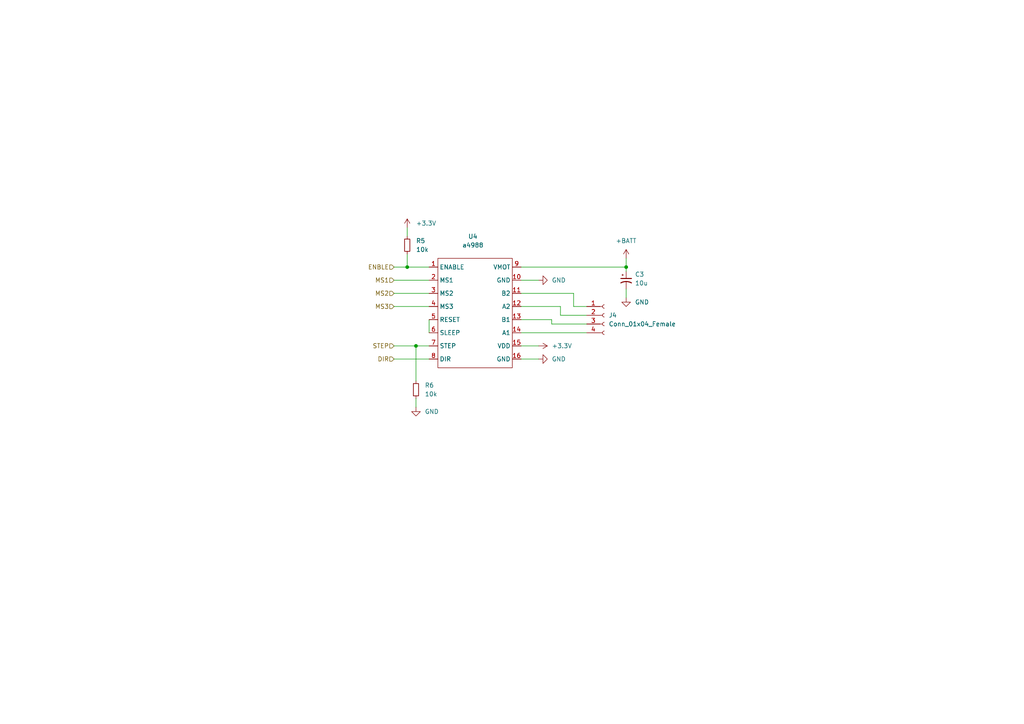
<source format=kicad_sch>
(kicad_sch (version 20211123) (generator eeschema)
  (paper "A4")
  (lib_symbols
    (symbol "Connector:Conn_01x04_Female" (pin_names (offset 1.016) hide)
      (property "Reference" "J" (at 0 5.08 0))
      (property "Value" "Conn_01x04_Female" (at 0 -7.62 0))
      (symbol "Conn_01x04_Female_1_1"
        (arc (start 0 -4.572) (mid -0.508 -5.08) (end 0 -5.588) (stroke (width 0.1524)))
        (arc (start 0 -2.032) (mid -0.508 -2.54) (end 0 -3.048) (stroke (width 0.1524)))
        (polyline (pts (xy -1.27 -5.08) (xy -0.508 -5.08)) (stroke (width 0.1524)))
        (polyline (pts (xy -1.27 -2.54) (xy -0.508 -2.54)) (stroke (width 0.1524)))
        (polyline (pts (xy -1.27 0) (xy -0.508 0)) (stroke (width 0.1524)))
        (polyline (pts (xy -1.27 2.54) (xy -0.508 2.54)) (stroke (width 0.1524)))
        (arc (start 0 0.508) (mid -0.508 0) (end 0 -0.508) (stroke (width 0.1524)))
        (arc (start 0 3.048) (mid -0.508 2.54) (end 0 2.032) (stroke (width 0.1524)))
        (pin passive line (at -5.08 2.54 0) (length 3.81) (name "Pin_1") (number "1"))
        (pin passive line (at -5.08 0 0) (length 3.81) (name "Pin_2") (number "2"))
        (pin passive line (at -5.08 -2.54 0) (length 3.81) (name "Pin_3") (number "3"))
        (pin passive line (at -5.08 -5.08 0) (length 3.81) (name "Pin_4") (number "4"))
      )
    )
    (symbol "Device:C_Polarized_Small_US" (pin_numbers hide) (pin_names (offset 0.254) hide)
      (property "Reference" "C" (at 0.254 1.778 0))
      (property "Value" "C_Polarized_Small_US" (at 0.254 -2.032 0))
      (symbol "C_Polarized_Small_US_0_1"
        (polyline (pts (xy -1.524 0.508) (xy 1.524 0.508)) (stroke (width 0.3048)))
        (polyline (pts (xy -1.27 1.524) (xy -0.762 1.524)))
        (polyline (pts (xy -1.016 1.27) (xy -1.016 1.778)))
        (arc (start 1.524 -0.762) (mid 0 -0.3734) (end -1.524 -0.762) (stroke (width 0.3048)))
      )
      (symbol "C_Polarized_Small_US_1_1"
        (pin passive line (at 0 2.54 270) (length 2.032) (name "~") (number "1"))
        (pin passive line (at 0 -2.54 90) (length 2.032) (name "~") (number "2"))
      )
    )
    (symbol "Device:R_Small" (pin_numbers hide) (pin_names (offset 0.254) hide)
      (property "Reference" "R" (at 0.762 0.508 0))
      (property "Value" "R_Small" (at 0.762 -1.016 0))
      (symbol "R_Small_0_1"
        (rectangle (start -0.762 1.778) (end 0.762 -1.778) (stroke (width 0.2032)))
      )
      (symbol "R_Small_1_1"
        (pin passive line (at 0 2.54 270) (length 0.762) (name "~") (number "1"))
        (pin passive line (at 0 -2.54 90) (length 0.762) (name "~") (number "2"))
      )
    )
    (symbol "power:+3.3V" (power) (pin_names (offset 0))
      (property "Value" "+3.3V" (at 0 3.556 0))
      (symbol "+3.3V_0_1"
        (polyline (pts (xy -0.762 1.27) (xy 0 2.54)))
        (polyline (pts (xy 0 0) (xy 0 2.54)))
        (polyline (pts (xy 0 2.54) (xy 0.762 1.27)))
      )
      (symbol "+3.3V_1_1"
        (pin power_in line (at 0 0 90) (length 0) hide (name "+3.3V") (number "1"))
      )
    )
    (symbol "power:+BATT" (power) (pin_names (offset 0))
      (property "Value" "+BATT" (at 0 3.556 0))
      (symbol "+BATT_0_1"
        (polyline (pts (xy -0.762 1.27) (xy 0 2.54)))
        (polyline (pts (xy 0 0) (xy 0 2.54)))
        (polyline (pts (xy 0 2.54) (xy 0.762 1.27)))
      )
      (symbol "+BATT_1_1"
        (pin power_in line (at 0 0 90) (length 0) hide (name "+BATT") (number "1"))
      )
    )
    (symbol "power:GND" (power) (pin_names (offset 0))
      (property "Value" "GND" (at 0 -3.81 0))
      (symbol "GND_0_1"
        (polyline (pts (xy 0 0) (xy 0 -1.27) (xy 1.27 -1.27) (xy 0 -2.54) (xy -1.27 -1.27) (xy 0 -1.27)))
      )
      (symbol "GND_1_1"
        (pin power_in line (at 0 0 270) (length 0) hide (name "GND") (number "1"))
      )
    )
    (symbol "stepper_music_lib:a4988"
      (property "Reference" "U" (at 0 0 0))
      (property "Value" "a4988" (at 0 -2.54 0))
      (symbol "a4988_0_1"
        (rectangle (start -11.43 -5.08) (end 10.16 -36.83))
      )
      (symbol "a4988_1_1"
        (pin input line (at -13.97 -7.62 0) (length 2.54) (name "ENABLE") (number "1"))
        (pin input line (at 12.7 -11.43 180) (length 2.54) (name "GND") (number "10"))
        (pin output line (at 12.7 -15.24 180) (length 2.54) (name "B2") (number "11"))
        (pin output line (at 12.7 -19.05 180) (length 2.54) (name "A2") (number "12"))
        (pin output line (at 12.7 -22.86 180) (length 2.54) (name "B1") (number "13"))
        (pin output line (at 12.7 -26.67 180) (length 2.54) (name "A1") (number "14"))
        (pin input line (at 12.7 -30.48 180) (length 2.54) (name "VDD") (number "15"))
        (pin input line (at 12.7 -34.29 180) (length 2.54) (name "GND") (number "16"))
        (pin input line (at -13.97 -11.43 0) (length 2.54) (name "MS1") (number "2"))
        (pin input line (at -13.97 -15.24 0) (length 2.54) (name "MS2") (number "3"))
        (pin input line (at -13.97 -19.05 0) (length 2.54) (name "MS3") (number "4"))
        (pin input line (at -13.97 -22.86 0) (length 2.54) (name "RESET") (number "5"))
        (pin input line (at -13.97 -26.67 0) (length 2.54) (name "SLEEP") (number "6"))
        (pin input line (at -13.97 -30.48 0) (length 2.54) (name "STEP") (number "7"))
        (pin input line (at -13.97 -34.29 0) (length 2.54) (name "DIR") (number "8"))
        (pin input line (at 12.7 -7.62 180) (length 2.54) (name "VMOT") (number "9"))
      )
    )
  )
  (junction (at 118.11 77.47))
  (junction (at 181.61 77.47))
  (junction (at 120.65 100.33))
  (wire (pts (xy 118.11 73.66) (xy 118.11 77.47)))
  (wire (pts (xy 114.3 77.47) (xy 118.11 77.47)))
  (wire (pts (xy 151.13 104.14) (xy 156.21 104.14)))
  (wire (pts (xy 160.02 92.71) (xy 160.02 93.98)))
  (wire (pts (xy 114.3 100.33) (xy 120.65 100.33)))
  (wire (pts (xy 114.3 85.09) (xy 124.46 85.09)))
  (wire (pts (xy 181.61 77.47) (xy 181.61 78.74)))
  (wire (pts (xy 160.02 93.98) (xy 170.18 93.98)))
  (wire (pts (xy 151.13 100.33) (xy 156.21 100.33)))
  (wire (pts (xy 151.13 81.28) (xy 156.21 81.28)))
  (wire (pts (xy 162.56 91.44) (xy 170.18 91.44)))
  (wire (pts (xy 151.13 88.9) (xy 162.56 88.9)))
  (wire (pts (xy 151.13 77.47) (xy 181.61 77.47)))
  (wire (pts (xy 166.37 88.9) (xy 170.18 88.9)))
  (wire (pts (xy 181.61 74.93) (xy 181.61 77.47)))
  (wire (pts (xy 166.37 85.09) (xy 166.37 88.9)))
  (wire (pts (xy 120.65 100.33) (xy 120.65 110.49)))
  (wire (pts (xy 118.11 66.04) (xy 118.11 68.58)))
  (wire (pts (xy 151.13 96.52) (xy 170.18 96.52)))
  (wire (pts (xy 162.56 88.9) (xy 162.56 91.44)))
  (wire (pts (xy 120.65 115.57) (xy 120.65 118.11)))
  (wire (pts (xy 118.11 77.47) (xy 124.46 77.47)))
  (wire (pts (xy 151.13 85.09) (xy 166.37 85.09)))
  (wire (pts (xy 151.13 92.71) (xy 160.02 92.71)))
  (wire (pts (xy 124.46 92.71) (xy 124.46 96.52)))
  (wire (pts (xy 114.3 88.9) (xy 124.46 88.9)))
  (wire (pts (xy 181.61 83.82) (xy 181.61 86.36)))
  (wire (pts (xy 120.65 100.33) (xy 124.46 100.33)))
  (wire (pts (xy 114.3 104.14) (xy 124.46 104.14)))
  (wire (pts (xy 114.3 81.28) (xy 124.46 81.28)))
  (hierarchical_label "MS2" (shape input) (at 114.3 85.09 180))
  (hierarchical_label "ENBLE" (shape input) (at 114.3 77.47 180))
  (hierarchical_label "STEP" (shape input) (at 114.3 100.33 180))
  (hierarchical_label "MS1" (shape input) (at 114.3 81.28 180))
  (hierarchical_label "MS3" (shape input) (at 114.3 88.9 180))
  (hierarchical_label "DIR" (shape input) (at 114.3 104.14 180))
  (symbol (lib_id "power:GND") (at 156.21 81.28 90) (unit 1)
    (property "Reference" "#PWR029" (effects hide))
    (property "Value" "GND" (at 160.02 81.2799 90) (effects (justify right)))
  )
  (symbol (lib_id "power:+3.3V") (at 156.21 100.33 270) (unit 1)
    (property "Reference" "#PWR030" (effects hide))
    (property "Value" "+3.3V" (at 160.02 100.3299 90) (effects (justify left)))
  )
  (symbol (lib_id "power:GND") (at 120.65 118.11 0) (unit 1)
    (property "Reference" "#PWR028" (effects hide))
    (property "Value" "GND" (at 123.19 119.3799 0) (effects (justify left)))
  )
  (symbol (lib_id "Device:R_Small") (at 118.11 71.12 0) (unit 1)
    (property "Reference" "R5" (at 120.65 69.8499 0) (effects (justify left)))
    (property "Value" "10k" (at 120.65 72.3899 0) (effects (justify left)))
    (property "Footprint" "Resistor_SMD:R_0805_2012Metric_Pad1.20x1.40mm_HandSolder" (effects hide))
  )
  (symbol (lib_id "power:+BATT") (at 181.61 74.93 0) (unit 1)
    (property "Reference" "#PWR032" (effects hide))
    (property "Value" "+BATT" (at 181.61 69.85 0))
  )
  (symbol (lib_id "Connector:Conn_01x04_Female") (at 175.26 91.44 0) (unit 1)
    (property "Reference" "J4" (at 176.53 91.4399 0) (effects (justify left)))
    (property "Value" "Conn_01x04_Female" (at 176.53 93.9799 0) (effects (justify left)))
    (property "Footprint" "Connector_PinSocket_2.54mm:PinSocket_1x04_P2.54mm_Horizontal" (effects hide))
  )
  (symbol (lib_id "power:GND") (at 181.61 86.36 0) (unit 1)
    (property "Reference" "#PWR033" (effects hide))
    (property "Value" "GND" (at 184.15 87.6299 0) (effects (justify left)))
  )
  (symbol (lib_id "power:+3.3V") (at 118.11 66.04 0) (unit 1)
    (property "Reference" "#PWR027" (effects hide))
    (property "Value" "+3.3V" (at 120.65 64.7699 0) (effects (justify left)))
  )
  (symbol (lib_id "Device:R_Small") (at 120.65 113.03 0) (unit 1)
    (property "Reference" "R6" (at 123.19 111.7599 0) (effects (justify left)))
    (property "Value" "10k" (at 123.19 114.2999 0) (effects (justify left)))
    (property "Footprint" "Resistor_SMD:R_0805_2012Metric_Pad1.20x1.40mm_HandSolder" (effects hide))
  )
  (symbol (lib_id "stepper_music_lib:a4988") (at 138.43 69.85 0) (unit 1)
    (property "Reference" "U4" (at 137.16 68.58 0))
    (property "Value" "a4988" (at 137.16 71.12 0))
    (property "Footprint" "stepper_music_lib:a4988" (effects hide))
  )
  (symbol (lib_id "Device:C_Polarized_Small_US") (at 181.61 81.28 0) (unit 1)
    (property "Reference" "C3" (at 184.15 79.5781 0) (effects (justify left)))
    (property "Value" "10u" (at 184.15 82.1181 0) (effects (justify left)))
    (property "Footprint" "Capacitor_THT:CP_Radial_D5.0mm_P2.50mm" (effects hide))
  )
  (symbol (lib_id "power:GND") (at 156.21 104.14 90) (unit 1)
    (property "Reference" "#PWR031" (effects hide))
    (property "Value" "GND" (at 160.02 104.1399 90) (effects (justify right)))
  )
)
</source>
